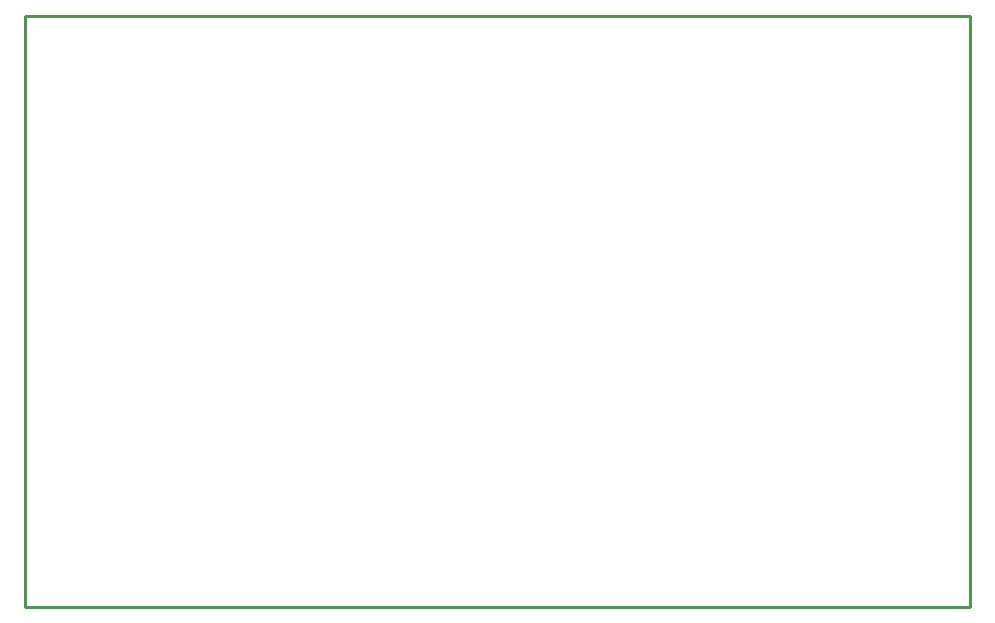
<source format=gbr>
G04 EAGLE Gerber X2 export*
G75*
%MOMM*%
%FSLAX34Y34*%
%LPD*%
%AMOC8*
5,1,8,0,0,1.08239X$1,22.5*%
G01*
%ADD10C,0.254000*%


D10*
X0Y0D02*
X800000Y0D01*
X800000Y500000D01*
X0Y500000D01*
X0Y0D01*
M02*

</source>
